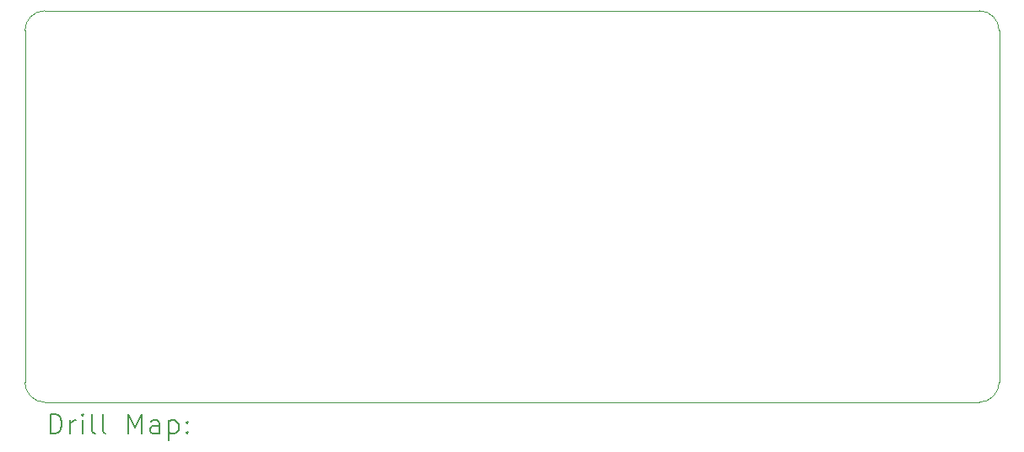
<source format=gbr>
%TF.GenerationSoftware,KiCad,Pcbnew,8.0.0*%
%TF.CreationDate,2024-03-15T14:32:33+09:00*%
%TF.ProjectId,RS485_Converter,52533438-355f-4436-9f6e-766572746572,1.0*%
%TF.SameCoordinates,Original*%
%TF.FileFunction,Drillmap*%
%TF.FilePolarity,Positive*%
%FSLAX45Y45*%
G04 Gerber Fmt 4.5, Leading zero omitted, Abs format (unit mm)*
G04 Created by KiCad (PCBNEW 8.0.0) date 2024-03-15 14:32:33*
%MOMM*%
%LPD*%
G01*
G04 APERTURE LIST*
%ADD10C,0.100000*%
%ADD11C,0.200000*%
G04 APERTURE END LIST*
D10*
X19050000Y-7947000D02*
X19050000Y-11484000D01*
X18850000Y-7747000D02*
G75*
G02*
X19050000Y-7947000I0J-200000D01*
G01*
X9471000Y-11684000D02*
G75*
G02*
X9271000Y-11484000I0J200000D01*
G01*
X9471000Y-7747000D02*
X18850000Y-7747000D01*
X19050000Y-11484000D02*
G75*
G02*
X18850000Y-11684000I-200000J0D01*
G01*
X18850000Y-11684000D02*
X9471000Y-11684000D01*
X9271000Y-11484000D02*
X9271000Y-7947000D01*
X9271000Y-7947000D02*
G75*
G02*
X9471000Y-7747000I200000J0D01*
G01*
D11*
X9526777Y-12000484D02*
X9526777Y-11800484D01*
X9526777Y-11800484D02*
X9574396Y-11800484D01*
X9574396Y-11800484D02*
X9602967Y-11810008D01*
X9602967Y-11810008D02*
X9622015Y-11829055D01*
X9622015Y-11829055D02*
X9631539Y-11848103D01*
X9631539Y-11848103D02*
X9641063Y-11886198D01*
X9641063Y-11886198D02*
X9641063Y-11914769D01*
X9641063Y-11914769D02*
X9631539Y-11952865D01*
X9631539Y-11952865D02*
X9622015Y-11971912D01*
X9622015Y-11971912D02*
X9602967Y-11990960D01*
X9602967Y-11990960D02*
X9574396Y-12000484D01*
X9574396Y-12000484D02*
X9526777Y-12000484D01*
X9726777Y-12000484D02*
X9726777Y-11867150D01*
X9726777Y-11905246D02*
X9736301Y-11886198D01*
X9736301Y-11886198D02*
X9745824Y-11876674D01*
X9745824Y-11876674D02*
X9764872Y-11867150D01*
X9764872Y-11867150D02*
X9783920Y-11867150D01*
X9850586Y-12000484D02*
X9850586Y-11867150D01*
X9850586Y-11800484D02*
X9841063Y-11810008D01*
X9841063Y-11810008D02*
X9850586Y-11819531D01*
X9850586Y-11819531D02*
X9860110Y-11810008D01*
X9860110Y-11810008D02*
X9850586Y-11800484D01*
X9850586Y-11800484D02*
X9850586Y-11819531D01*
X9974396Y-12000484D02*
X9955348Y-11990960D01*
X9955348Y-11990960D02*
X9945824Y-11971912D01*
X9945824Y-11971912D02*
X9945824Y-11800484D01*
X10079158Y-12000484D02*
X10060110Y-11990960D01*
X10060110Y-11990960D02*
X10050586Y-11971912D01*
X10050586Y-11971912D02*
X10050586Y-11800484D01*
X10307729Y-12000484D02*
X10307729Y-11800484D01*
X10307729Y-11800484D02*
X10374396Y-11943341D01*
X10374396Y-11943341D02*
X10441063Y-11800484D01*
X10441063Y-11800484D02*
X10441063Y-12000484D01*
X10622015Y-12000484D02*
X10622015Y-11895722D01*
X10622015Y-11895722D02*
X10612491Y-11876674D01*
X10612491Y-11876674D02*
X10593444Y-11867150D01*
X10593444Y-11867150D02*
X10555348Y-11867150D01*
X10555348Y-11867150D02*
X10536301Y-11876674D01*
X10622015Y-11990960D02*
X10602967Y-12000484D01*
X10602967Y-12000484D02*
X10555348Y-12000484D01*
X10555348Y-12000484D02*
X10536301Y-11990960D01*
X10536301Y-11990960D02*
X10526777Y-11971912D01*
X10526777Y-11971912D02*
X10526777Y-11952865D01*
X10526777Y-11952865D02*
X10536301Y-11933817D01*
X10536301Y-11933817D02*
X10555348Y-11924293D01*
X10555348Y-11924293D02*
X10602967Y-11924293D01*
X10602967Y-11924293D02*
X10622015Y-11914769D01*
X10717253Y-11867150D02*
X10717253Y-12067150D01*
X10717253Y-11876674D02*
X10736301Y-11867150D01*
X10736301Y-11867150D02*
X10774396Y-11867150D01*
X10774396Y-11867150D02*
X10793444Y-11876674D01*
X10793444Y-11876674D02*
X10802967Y-11886198D01*
X10802967Y-11886198D02*
X10812491Y-11905246D01*
X10812491Y-11905246D02*
X10812491Y-11962388D01*
X10812491Y-11962388D02*
X10802967Y-11981436D01*
X10802967Y-11981436D02*
X10793444Y-11990960D01*
X10793444Y-11990960D02*
X10774396Y-12000484D01*
X10774396Y-12000484D02*
X10736301Y-12000484D01*
X10736301Y-12000484D02*
X10717253Y-11990960D01*
X10898205Y-11981436D02*
X10907729Y-11990960D01*
X10907729Y-11990960D02*
X10898205Y-12000484D01*
X10898205Y-12000484D02*
X10888682Y-11990960D01*
X10888682Y-11990960D02*
X10898205Y-11981436D01*
X10898205Y-11981436D02*
X10898205Y-12000484D01*
X10898205Y-11876674D02*
X10907729Y-11886198D01*
X10907729Y-11886198D02*
X10898205Y-11895722D01*
X10898205Y-11895722D02*
X10888682Y-11886198D01*
X10888682Y-11886198D02*
X10898205Y-11876674D01*
X10898205Y-11876674D02*
X10898205Y-11895722D01*
M02*

</source>
